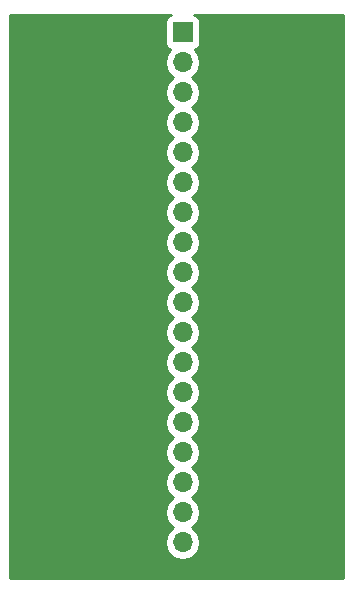
<source format=gbr>
%TF.GenerationSoftware,KiCad,Pcbnew,5.1.6-c6e7f7d~86~ubuntu18.04.1*%
%TF.CreationDate,2020-06-16T08:09:56-04:00*%
%TF.ProjectId,FPC 18 0.5 Breakout,46504320-3138-4203-902e-352042726561,rev?*%
%TF.SameCoordinates,Original*%
%TF.FileFunction,Copper,L2,Bot*%
%TF.FilePolarity,Positive*%
%FSLAX46Y46*%
G04 Gerber Fmt 4.6, Leading zero omitted, Abs format (unit mm)*
G04 Created by KiCad (PCBNEW 5.1.6-c6e7f7d~86~ubuntu18.04.1) date 2020-06-16 08:09:56*
%MOMM*%
%LPD*%
G01*
G04 APERTURE LIST*
%TA.AperFunction,ComponentPad*%
%ADD10O,1.700000X1.700000*%
%TD*%
%TA.AperFunction,ComponentPad*%
%ADD11R,1.700000X1.700000*%
%TD*%
%TA.AperFunction,NonConductor*%
%ADD12C,0.254000*%
%TD*%
G04 APERTURE END LIST*
D10*
%TO.P,J2,18*%
%TO.N,Net-(J1-Pad1)*%
X184275001Y-139305001D03*
%TO.P,J2,17*%
%TO.N,Net-(J1-Pad2)*%
X184275001Y-136765001D03*
%TO.P,J2,16*%
%TO.N,Net-(J1-Pad3)*%
X184275001Y-134225001D03*
%TO.P,J2,15*%
%TO.N,Net-(J1-Pad4)*%
X184275001Y-131685001D03*
%TO.P,J2,14*%
%TO.N,Net-(J1-Pad5)*%
X184275001Y-129145001D03*
%TO.P,J2,13*%
%TO.N,Net-(J1-Pad6)*%
X184275001Y-126605001D03*
%TO.P,J2,12*%
%TO.N,Net-(J1-Pad7)*%
X184275001Y-124065001D03*
%TO.P,J2,11*%
%TO.N,Net-(J1-Pad8)*%
X184275001Y-121525001D03*
%TO.P,J2,10*%
%TO.N,Net-(J1-Pad9)*%
X184275001Y-118985001D03*
%TO.P,J2,9*%
%TO.N,Net-(J1-Pad10)*%
X184275001Y-116445001D03*
%TO.P,J2,8*%
%TO.N,Net-(J1-Pad11)*%
X184275001Y-113905001D03*
%TO.P,J2,7*%
%TO.N,Net-(J1-Pad12)*%
X184275001Y-111365001D03*
%TO.P,J2,6*%
%TO.N,Net-(J1-Pad13)*%
X184275001Y-108825001D03*
%TO.P,J2,5*%
%TO.N,Net-(J1-Pad14)*%
X184275001Y-106285001D03*
%TO.P,J2,4*%
%TO.N,Net-(J1-Pad15)*%
X184275001Y-103745001D03*
%TO.P,J2,3*%
%TO.N,Net-(J1-Pad16)*%
X184275001Y-101205001D03*
%TO.P,J2,2*%
%TO.N,Net-(J1-Pad17)*%
X184275001Y-98665001D03*
D11*
%TO.P,J2,1*%
%TO.N,Net-(J1-Pad18)*%
X184275001Y-96125001D03*
%TD*%
D12*
G36*
X183180821Y-94685499D02*
G01*
X183070507Y-94744464D01*
X182973816Y-94823816D01*
X182894464Y-94920507D01*
X182835499Y-95030821D01*
X182799189Y-95150519D01*
X182786929Y-95275001D01*
X182786929Y-96975001D01*
X182799189Y-97099483D01*
X182835499Y-97219181D01*
X182894464Y-97329495D01*
X182973816Y-97426186D01*
X183070507Y-97505538D01*
X183180821Y-97564503D01*
X183253381Y-97586514D01*
X183121526Y-97718369D01*
X182959011Y-97961590D01*
X182847069Y-98231843D01*
X182790001Y-98518741D01*
X182790001Y-98811261D01*
X182847069Y-99098159D01*
X182959011Y-99368412D01*
X183121526Y-99611633D01*
X183328369Y-99818476D01*
X183502761Y-99935001D01*
X183328369Y-100051526D01*
X183121526Y-100258369D01*
X182959011Y-100501590D01*
X182847069Y-100771843D01*
X182790001Y-101058741D01*
X182790001Y-101351261D01*
X182847069Y-101638159D01*
X182959011Y-101908412D01*
X183121526Y-102151633D01*
X183328369Y-102358476D01*
X183502761Y-102475001D01*
X183328369Y-102591526D01*
X183121526Y-102798369D01*
X182959011Y-103041590D01*
X182847069Y-103311843D01*
X182790001Y-103598741D01*
X182790001Y-103891261D01*
X182847069Y-104178159D01*
X182959011Y-104448412D01*
X183121526Y-104691633D01*
X183328369Y-104898476D01*
X183502761Y-105015001D01*
X183328369Y-105131526D01*
X183121526Y-105338369D01*
X182959011Y-105581590D01*
X182847069Y-105851843D01*
X182790001Y-106138741D01*
X182790001Y-106431261D01*
X182847069Y-106718159D01*
X182959011Y-106988412D01*
X183121526Y-107231633D01*
X183328369Y-107438476D01*
X183502761Y-107555001D01*
X183328369Y-107671526D01*
X183121526Y-107878369D01*
X182959011Y-108121590D01*
X182847069Y-108391843D01*
X182790001Y-108678741D01*
X182790001Y-108971261D01*
X182847069Y-109258159D01*
X182959011Y-109528412D01*
X183121526Y-109771633D01*
X183328369Y-109978476D01*
X183502761Y-110095001D01*
X183328369Y-110211526D01*
X183121526Y-110418369D01*
X182959011Y-110661590D01*
X182847069Y-110931843D01*
X182790001Y-111218741D01*
X182790001Y-111511261D01*
X182847069Y-111798159D01*
X182959011Y-112068412D01*
X183121526Y-112311633D01*
X183328369Y-112518476D01*
X183502761Y-112635001D01*
X183328369Y-112751526D01*
X183121526Y-112958369D01*
X182959011Y-113201590D01*
X182847069Y-113471843D01*
X182790001Y-113758741D01*
X182790001Y-114051261D01*
X182847069Y-114338159D01*
X182959011Y-114608412D01*
X183121526Y-114851633D01*
X183328369Y-115058476D01*
X183502761Y-115175001D01*
X183328369Y-115291526D01*
X183121526Y-115498369D01*
X182959011Y-115741590D01*
X182847069Y-116011843D01*
X182790001Y-116298741D01*
X182790001Y-116591261D01*
X182847069Y-116878159D01*
X182959011Y-117148412D01*
X183121526Y-117391633D01*
X183328369Y-117598476D01*
X183502761Y-117715001D01*
X183328369Y-117831526D01*
X183121526Y-118038369D01*
X182959011Y-118281590D01*
X182847069Y-118551843D01*
X182790001Y-118838741D01*
X182790001Y-119131261D01*
X182847069Y-119418159D01*
X182959011Y-119688412D01*
X183121526Y-119931633D01*
X183328369Y-120138476D01*
X183502761Y-120255001D01*
X183328369Y-120371526D01*
X183121526Y-120578369D01*
X182959011Y-120821590D01*
X182847069Y-121091843D01*
X182790001Y-121378741D01*
X182790001Y-121671261D01*
X182847069Y-121958159D01*
X182959011Y-122228412D01*
X183121526Y-122471633D01*
X183328369Y-122678476D01*
X183502761Y-122795001D01*
X183328369Y-122911526D01*
X183121526Y-123118369D01*
X182959011Y-123361590D01*
X182847069Y-123631843D01*
X182790001Y-123918741D01*
X182790001Y-124211261D01*
X182847069Y-124498159D01*
X182959011Y-124768412D01*
X183121526Y-125011633D01*
X183328369Y-125218476D01*
X183502761Y-125335001D01*
X183328369Y-125451526D01*
X183121526Y-125658369D01*
X182959011Y-125901590D01*
X182847069Y-126171843D01*
X182790001Y-126458741D01*
X182790001Y-126751261D01*
X182847069Y-127038159D01*
X182959011Y-127308412D01*
X183121526Y-127551633D01*
X183328369Y-127758476D01*
X183502761Y-127875001D01*
X183328369Y-127991526D01*
X183121526Y-128198369D01*
X182959011Y-128441590D01*
X182847069Y-128711843D01*
X182790001Y-128998741D01*
X182790001Y-129291261D01*
X182847069Y-129578159D01*
X182959011Y-129848412D01*
X183121526Y-130091633D01*
X183328369Y-130298476D01*
X183502761Y-130415001D01*
X183328369Y-130531526D01*
X183121526Y-130738369D01*
X182959011Y-130981590D01*
X182847069Y-131251843D01*
X182790001Y-131538741D01*
X182790001Y-131831261D01*
X182847069Y-132118159D01*
X182959011Y-132388412D01*
X183121526Y-132631633D01*
X183328369Y-132838476D01*
X183502761Y-132955001D01*
X183328369Y-133071526D01*
X183121526Y-133278369D01*
X182959011Y-133521590D01*
X182847069Y-133791843D01*
X182790001Y-134078741D01*
X182790001Y-134371261D01*
X182847069Y-134658159D01*
X182959011Y-134928412D01*
X183121526Y-135171633D01*
X183328369Y-135378476D01*
X183502761Y-135495001D01*
X183328369Y-135611526D01*
X183121526Y-135818369D01*
X182959011Y-136061590D01*
X182847069Y-136331843D01*
X182790001Y-136618741D01*
X182790001Y-136911261D01*
X182847069Y-137198159D01*
X182959011Y-137468412D01*
X183121526Y-137711633D01*
X183328369Y-137918476D01*
X183502761Y-138035001D01*
X183328369Y-138151526D01*
X183121526Y-138358369D01*
X182959011Y-138601590D01*
X182847069Y-138871843D01*
X182790001Y-139158741D01*
X182790001Y-139451261D01*
X182847069Y-139738159D01*
X182959011Y-140008412D01*
X183121526Y-140251633D01*
X183328369Y-140458476D01*
X183571590Y-140620991D01*
X183841843Y-140732933D01*
X184128741Y-140790001D01*
X184421261Y-140790001D01*
X184708159Y-140732933D01*
X184978412Y-140620991D01*
X185221633Y-140458476D01*
X185428476Y-140251633D01*
X185590991Y-140008412D01*
X185702933Y-139738159D01*
X185760001Y-139451261D01*
X185760001Y-139158741D01*
X185702933Y-138871843D01*
X185590991Y-138601590D01*
X185428476Y-138358369D01*
X185221633Y-138151526D01*
X185047241Y-138035001D01*
X185221633Y-137918476D01*
X185428476Y-137711633D01*
X185590991Y-137468412D01*
X185702933Y-137198159D01*
X185760001Y-136911261D01*
X185760001Y-136618741D01*
X185702933Y-136331843D01*
X185590991Y-136061590D01*
X185428476Y-135818369D01*
X185221633Y-135611526D01*
X185047241Y-135495001D01*
X185221633Y-135378476D01*
X185428476Y-135171633D01*
X185590991Y-134928412D01*
X185702933Y-134658159D01*
X185760001Y-134371261D01*
X185760001Y-134078741D01*
X185702933Y-133791843D01*
X185590991Y-133521590D01*
X185428476Y-133278369D01*
X185221633Y-133071526D01*
X185047241Y-132955001D01*
X185221633Y-132838476D01*
X185428476Y-132631633D01*
X185590991Y-132388412D01*
X185702933Y-132118159D01*
X185760001Y-131831261D01*
X185760001Y-131538741D01*
X185702933Y-131251843D01*
X185590991Y-130981590D01*
X185428476Y-130738369D01*
X185221633Y-130531526D01*
X185047241Y-130415001D01*
X185221633Y-130298476D01*
X185428476Y-130091633D01*
X185590991Y-129848412D01*
X185702933Y-129578159D01*
X185760001Y-129291261D01*
X185760001Y-128998741D01*
X185702933Y-128711843D01*
X185590991Y-128441590D01*
X185428476Y-128198369D01*
X185221633Y-127991526D01*
X185047241Y-127875001D01*
X185221633Y-127758476D01*
X185428476Y-127551633D01*
X185590991Y-127308412D01*
X185702933Y-127038159D01*
X185760001Y-126751261D01*
X185760001Y-126458741D01*
X185702933Y-126171843D01*
X185590991Y-125901590D01*
X185428476Y-125658369D01*
X185221633Y-125451526D01*
X185047241Y-125335001D01*
X185221633Y-125218476D01*
X185428476Y-125011633D01*
X185590991Y-124768412D01*
X185702933Y-124498159D01*
X185760001Y-124211261D01*
X185760001Y-123918741D01*
X185702933Y-123631843D01*
X185590991Y-123361590D01*
X185428476Y-123118369D01*
X185221633Y-122911526D01*
X185047241Y-122795001D01*
X185221633Y-122678476D01*
X185428476Y-122471633D01*
X185590991Y-122228412D01*
X185702933Y-121958159D01*
X185760001Y-121671261D01*
X185760001Y-121378741D01*
X185702933Y-121091843D01*
X185590991Y-120821590D01*
X185428476Y-120578369D01*
X185221633Y-120371526D01*
X185047241Y-120255001D01*
X185221633Y-120138476D01*
X185428476Y-119931633D01*
X185590991Y-119688412D01*
X185702933Y-119418159D01*
X185760001Y-119131261D01*
X185760001Y-118838741D01*
X185702933Y-118551843D01*
X185590991Y-118281590D01*
X185428476Y-118038369D01*
X185221633Y-117831526D01*
X185047241Y-117715001D01*
X185221633Y-117598476D01*
X185428476Y-117391633D01*
X185590991Y-117148412D01*
X185702933Y-116878159D01*
X185760001Y-116591261D01*
X185760001Y-116298741D01*
X185702933Y-116011843D01*
X185590991Y-115741590D01*
X185428476Y-115498369D01*
X185221633Y-115291526D01*
X185047241Y-115175001D01*
X185221633Y-115058476D01*
X185428476Y-114851633D01*
X185590991Y-114608412D01*
X185702933Y-114338159D01*
X185760001Y-114051261D01*
X185760001Y-113758741D01*
X185702933Y-113471843D01*
X185590991Y-113201590D01*
X185428476Y-112958369D01*
X185221633Y-112751526D01*
X185047241Y-112635001D01*
X185221633Y-112518476D01*
X185428476Y-112311633D01*
X185590991Y-112068412D01*
X185702933Y-111798159D01*
X185760001Y-111511261D01*
X185760001Y-111218741D01*
X185702933Y-110931843D01*
X185590991Y-110661590D01*
X185428476Y-110418369D01*
X185221633Y-110211526D01*
X185047241Y-110095001D01*
X185221633Y-109978476D01*
X185428476Y-109771633D01*
X185590991Y-109528412D01*
X185702933Y-109258159D01*
X185760001Y-108971261D01*
X185760001Y-108678741D01*
X185702933Y-108391843D01*
X185590991Y-108121590D01*
X185428476Y-107878369D01*
X185221633Y-107671526D01*
X185047241Y-107555001D01*
X185221633Y-107438476D01*
X185428476Y-107231633D01*
X185590991Y-106988412D01*
X185702933Y-106718159D01*
X185760001Y-106431261D01*
X185760001Y-106138741D01*
X185702933Y-105851843D01*
X185590991Y-105581590D01*
X185428476Y-105338369D01*
X185221633Y-105131526D01*
X185047241Y-105015001D01*
X185221633Y-104898476D01*
X185428476Y-104691633D01*
X185590991Y-104448412D01*
X185702933Y-104178159D01*
X185760001Y-103891261D01*
X185760001Y-103598741D01*
X185702933Y-103311843D01*
X185590991Y-103041590D01*
X185428476Y-102798369D01*
X185221633Y-102591526D01*
X185047241Y-102475001D01*
X185221633Y-102358476D01*
X185428476Y-102151633D01*
X185590991Y-101908412D01*
X185702933Y-101638159D01*
X185760001Y-101351261D01*
X185760001Y-101058741D01*
X185702933Y-100771843D01*
X185590991Y-100501590D01*
X185428476Y-100258369D01*
X185221633Y-100051526D01*
X185047241Y-99935001D01*
X185221633Y-99818476D01*
X185428476Y-99611633D01*
X185590991Y-99368412D01*
X185702933Y-99098159D01*
X185760001Y-98811261D01*
X185760001Y-98518741D01*
X185702933Y-98231843D01*
X185590991Y-97961590D01*
X185428476Y-97718369D01*
X185296621Y-97586514D01*
X185369181Y-97564503D01*
X185479495Y-97505538D01*
X185576186Y-97426186D01*
X185655538Y-97329495D01*
X185714503Y-97219181D01*
X185750813Y-97099483D01*
X185763073Y-96975001D01*
X185763073Y-95275001D01*
X185750813Y-95150519D01*
X185714503Y-95030821D01*
X185655538Y-94920507D01*
X185576186Y-94823816D01*
X185479495Y-94744464D01*
X185369181Y-94685499D01*
X185285122Y-94660000D01*
X197840000Y-94660000D01*
X197840001Y-142340000D01*
X169660000Y-142340000D01*
X169660000Y-94660000D01*
X183264880Y-94660000D01*
X183180821Y-94685499D01*
G37*
X183180821Y-94685499D02*
X183070507Y-94744464D01*
X182973816Y-94823816D01*
X182894464Y-94920507D01*
X182835499Y-95030821D01*
X182799189Y-95150519D01*
X182786929Y-95275001D01*
X182786929Y-96975001D01*
X182799189Y-97099483D01*
X182835499Y-97219181D01*
X182894464Y-97329495D01*
X182973816Y-97426186D01*
X183070507Y-97505538D01*
X183180821Y-97564503D01*
X183253381Y-97586514D01*
X183121526Y-97718369D01*
X182959011Y-97961590D01*
X182847069Y-98231843D01*
X182790001Y-98518741D01*
X182790001Y-98811261D01*
X182847069Y-99098159D01*
X182959011Y-99368412D01*
X183121526Y-99611633D01*
X183328369Y-99818476D01*
X183502761Y-99935001D01*
X183328369Y-100051526D01*
X183121526Y-100258369D01*
X182959011Y-100501590D01*
X182847069Y-100771843D01*
X182790001Y-101058741D01*
X182790001Y-101351261D01*
X182847069Y-101638159D01*
X182959011Y-101908412D01*
X183121526Y-102151633D01*
X183328369Y-102358476D01*
X183502761Y-102475001D01*
X183328369Y-102591526D01*
X183121526Y-102798369D01*
X182959011Y-103041590D01*
X182847069Y-103311843D01*
X182790001Y-103598741D01*
X182790001Y-103891261D01*
X182847069Y-104178159D01*
X182959011Y-104448412D01*
X183121526Y-104691633D01*
X183328369Y-104898476D01*
X183502761Y-105015001D01*
X183328369Y-105131526D01*
X183121526Y-105338369D01*
X182959011Y-105581590D01*
X182847069Y-105851843D01*
X182790001Y-106138741D01*
X182790001Y-106431261D01*
X182847069Y-106718159D01*
X182959011Y-106988412D01*
X183121526Y-107231633D01*
X183328369Y-107438476D01*
X183502761Y-107555001D01*
X183328369Y-107671526D01*
X183121526Y-107878369D01*
X182959011Y-108121590D01*
X182847069Y-108391843D01*
X182790001Y-108678741D01*
X182790001Y-108971261D01*
X182847069Y-109258159D01*
X182959011Y-109528412D01*
X183121526Y-109771633D01*
X183328369Y-109978476D01*
X183502761Y-110095001D01*
X183328369Y-110211526D01*
X183121526Y-110418369D01*
X182959011Y-110661590D01*
X182847069Y-110931843D01*
X182790001Y-111218741D01*
X182790001Y-111511261D01*
X182847069Y-111798159D01*
X182959011Y-112068412D01*
X183121526Y-112311633D01*
X183328369Y-112518476D01*
X183502761Y-112635001D01*
X183328369Y-112751526D01*
X183121526Y-112958369D01*
X182959011Y-113201590D01*
X182847069Y-113471843D01*
X182790001Y-113758741D01*
X182790001Y-114051261D01*
X182847069Y-114338159D01*
X182959011Y-114608412D01*
X183121526Y-114851633D01*
X183328369Y-115058476D01*
X183502761Y-115175001D01*
X183328369Y-115291526D01*
X183121526Y-115498369D01*
X182959011Y-115741590D01*
X182847069Y-116011843D01*
X182790001Y-116298741D01*
X182790001Y-116591261D01*
X182847069Y-116878159D01*
X182959011Y-117148412D01*
X183121526Y-117391633D01*
X183328369Y-117598476D01*
X183502761Y-117715001D01*
X183328369Y-117831526D01*
X183121526Y-118038369D01*
X182959011Y-118281590D01*
X182847069Y-118551843D01*
X182790001Y-118838741D01*
X182790001Y-119131261D01*
X182847069Y-119418159D01*
X182959011Y-119688412D01*
X183121526Y-119931633D01*
X183328369Y-120138476D01*
X183502761Y-120255001D01*
X183328369Y-120371526D01*
X183121526Y-120578369D01*
X182959011Y-120821590D01*
X182847069Y-121091843D01*
X182790001Y-121378741D01*
X182790001Y-121671261D01*
X182847069Y-121958159D01*
X182959011Y-122228412D01*
X183121526Y-122471633D01*
X183328369Y-122678476D01*
X183502761Y-122795001D01*
X183328369Y-122911526D01*
X183121526Y-123118369D01*
X182959011Y-123361590D01*
X182847069Y-123631843D01*
X182790001Y-123918741D01*
X182790001Y-124211261D01*
X182847069Y-124498159D01*
X182959011Y-124768412D01*
X183121526Y-125011633D01*
X183328369Y-125218476D01*
X183502761Y-125335001D01*
X183328369Y-125451526D01*
X183121526Y-125658369D01*
X182959011Y-125901590D01*
X182847069Y-126171843D01*
X182790001Y-126458741D01*
X182790001Y-126751261D01*
X182847069Y-127038159D01*
X182959011Y-127308412D01*
X183121526Y-127551633D01*
X183328369Y-127758476D01*
X183502761Y-127875001D01*
X183328369Y-127991526D01*
X183121526Y-128198369D01*
X182959011Y-128441590D01*
X182847069Y-128711843D01*
X182790001Y-128998741D01*
X182790001Y-129291261D01*
X182847069Y-129578159D01*
X182959011Y-129848412D01*
X183121526Y-130091633D01*
X183328369Y-130298476D01*
X183502761Y-130415001D01*
X183328369Y-130531526D01*
X183121526Y-130738369D01*
X182959011Y-130981590D01*
X182847069Y-131251843D01*
X182790001Y-131538741D01*
X182790001Y-131831261D01*
X182847069Y-132118159D01*
X182959011Y-132388412D01*
X183121526Y-132631633D01*
X183328369Y-132838476D01*
X183502761Y-132955001D01*
X183328369Y-133071526D01*
X183121526Y-133278369D01*
X182959011Y-133521590D01*
X182847069Y-133791843D01*
X182790001Y-134078741D01*
X182790001Y-134371261D01*
X182847069Y-134658159D01*
X182959011Y-134928412D01*
X183121526Y-135171633D01*
X183328369Y-135378476D01*
X183502761Y-135495001D01*
X183328369Y-135611526D01*
X183121526Y-135818369D01*
X182959011Y-136061590D01*
X182847069Y-136331843D01*
X182790001Y-136618741D01*
X182790001Y-136911261D01*
X182847069Y-137198159D01*
X182959011Y-137468412D01*
X183121526Y-137711633D01*
X183328369Y-137918476D01*
X183502761Y-138035001D01*
X183328369Y-138151526D01*
X183121526Y-138358369D01*
X182959011Y-138601590D01*
X182847069Y-138871843D01*
X182790001Y-139158741D01*
X182790001Y-139451261D01*
X182847069Y-139738159D01*
X182959011Y-140008412D01*
X183121526Y-140251633D01*
X183328369Y-140458476D01*
X183571590Y-140620991D01*
X183841843Y-140732933D01*
X184128741Y-140790001D01*
X184421261Y-140790001D01*
X184708159Y-140732933D01*
X184978412Y-140620991D01*
X185221633Y-140458476D01*
X185428476Y-140251633D01*
X185590991Y-140008412D01*
X185702933Y-139738159D01*
X185760001Y-139451261D01*
X185760001Y-139158741D01*
X185702933Y-138871843D01*
X185590991Y-138601590D01*
X185428476Y-138358369D01*
X185221633Y-138151526D01*
X185047241Y-138035001D01*
X185221633Y-137918476D01*
X185428476Y-137711633D01*
X185590991Y-137468412D01*
X185702933Y-137198159D01*
X185760001Y-136911261D01*
X185760001Y-136618741D01*
X185702933Y-136331843D01*
X185590991Y-136061590D01*
X185428476Y-135818369D01*
X185221633Y-135611526D01*
X185047241Y-135495001D01*
X185221633Y-135378476D01*
X185428476Y-135171633D01*
X185590991Y-134928412D01*
X185702933Y-134658159D01*
X185760001Y-134371261D01*
X185760001Y-134078741D01*
X185702933Y-133791843D01*
X185590991Y-133521590D01*
X185428476Y-133278369D01*
X185221633Y-133071526D01*
X185047241Y-132955001D01*
X185221633Y-132838476D01*
X185428476Y-132631633D01*
X185590991Y-132388412D01*
X185702933Y-132118159D01*
X185760001Y-131831261D01*
X185760001Y-131538741D01*
X185702933Y-131251843D01*
X185590991Y-130981590D01*
X185428476Y-130738369D01*
X185221633Y-130531526D01*
X185047241Y-130415001D01*
X185221633Y-130298476D01*
X185428476Y-130091633D01*
X185590991Y-129848412D01*
X185702933Y-129578159D01*
X185760001Y-129291261D01*
X185760001Y-128998741D01*
X185702933Y-128711843D01*
X185590991Y-128441590D01*
X185428476Y-128198369D01*
X185221633Y-127991526D01*
X185047241Y-127875001D01*
X185221633Y-127758476D01*
X185428476Y-127551633D01*
X185590991Y-127308412D01*
X185702933Y-127038159D01*
X185760001Y-126751261D01*
X185760001Y-126458741D01*
X185702933Y-126171843D01*
X185590991Y-125901590D01*
X185428476Y-125658369D01*
X185221633Y-125451526D01*
X185047241Y-125335001D01*
X185221633Y-125218476D01*
X185428476Y-125011633D01*
X185590991Y-124768412D01*
X185702933Y-124498159D01*
X185760001Y-124211261D01*
X185760001Y-123918741D01*
X185702933Y-123631843D01*
X185590991Y-123361590D01*
X185428476Y-123118369D01*
X185221633Y-122911526D01*
X185047241Y-122795001D01*
X185221633Y-122678476D01*
X185428476Y-122471633D01*
X185590991Y-122228412D01*
X185702933Y-121958159D01*
X185760001Y-121671261D01*
X185760001Y-121378741D01*
X185702933Y-121091843D01*
X185590991Y-120821590D01*
X185428476Y-120578369D01*
X185221633Y-120371526D01*
X185047241Y-120255001D01*
X185221633Y-120138476D01*
X185428476Y-119931633D01*
X185590991Y-119688412D01*
X185702933Y-119418159D01*
X185760001Y-119131261D01*
X185760001Y-118838741D01*
X185702933Y-118551843D01*
X185590991Y-118281590D01*
X185428476Y-118038369D01*
X185221633Y-117831526D01*
X185047241Y-117715001D01*
X185221633Y-117598476D01*
X185428476Y-117391633D01*
X185590991Y-117148412D01*
X185702933Y-116878159D01*
X185760001Y-116591261D01*
X185760001Y-116298741D01*
X185702933Y-116011843D01*
X185590991Y-115741590D01*
X185428476Y-115498369D01*
X185221633Y-115291526D01*
X185047241Y-115175001D01*
X185221633Y-115058476D01*
X185428476Y-114851633D01*
X185590991Y-114608412D01*
X185702933Y-114338159D01*
X185760001Y-114051261D01*
X185760001Y-113758741D01*
X185702933Y-113471843D01*
X185590991Y-113201590D01*
X185428476Y-112958369D01*
X185221633Y-112751526D01*
X185047241Y-112635001D01*
X185221633Y-112518476D01*
X185428476Y-112311633D01*
X185590991Y-112068412D01*
X185702933Y-111798159D01*
X185760001Y-111511261D01*
X185760001Y-111218741D01*
X185702933Y-110931843D01*
X185590991Y-110661590D01*
X185428476Y-110418369D01*
X185221633Y-110211526D01*
X185047241Y-110095001D01*
X185221633Y-109978476D01*
X185428476Y-109771633D01*
X185590991Y-109528412D01*
X185702933Y-109258159D01*
X185760001Y-108971261D01*
X185760001Y-108678741D01*
X185702933Y-108391843D01*
X185590991Y-108121590D01*
X185428476Y-107878369D01*
X185221633Y-107671526D01*
X185047241Y-107555001D01*
X185221633Y-107438476D01*
X185428476Y-107231633D01*
X185590991Y-106988412D01*
X185702933Y-106718159D01*
X185760001Y-106431261D01*
X185760001Y-106138741D01*
X185702933Y-105851843D01*
X185590991Y-105581590D01*
X185428476Y-105338369D01*
X185221633Y-105131526D01*
X185047241Y-105015001D01*
X185221633Y-104898476D01*
X185428476Y-104691633D01*
X185590991Y-104448412D01*
X185702933Y-104178159D01*
X185760001Y-103891261D01*
X185760001Y-103598741D01*
X185702933Y-103311843D01*
X185590991Y-103041590D01*
X185428476Y-102798369D01*
X185221633Y-102591526D01*
X185047241Y-102475001D01*
X185221633Y-102358476D01*
X185428476Y-102151633D01*
X185590991Y-101908412D01*
X185702933Y-101638159D01*
X185760001Y-101351261D01*
X185760001Y-101058741D01*
X185702933Y-100771843D01*
X185590991Y-100501590D01*
X185428476Y-100258369D01*
X185221633Y-100051526D01*
X185047241Y-99935001D01*
X185221633Y-99818476D01*
X185428476Y-99611633D01*
X185590991Y-99368412D01*
X185702933Y-99098159D01*
X185760001Y-98811261D01*
X185760001Y-98518741D01*
X185702933Y-98231843D01*
X185590991Y-97961590D01*
X185428476Y-97718369D01*
X185296621Y-97586514D01*
X185369181Y-97564503D01*
X185479495Y-97505538D01*
X185576186Y-97426186D01*
X185655538Y-97329495D01*
X185714503Y-97219181D01*
X185750813Y-97099483D01*
X185763073Y-96975001D01*
X185763073Y-95275001D01*
X185750813Y-95150519D01*
X185714503Y-95030821D01*
X185655538Y-94920507D01*
X185576186Y-94823816D01*
X185479495Y-94744464D01*
X185369181Y-94685499D01*
X185285122Y-94660000D01*
X197840000Y-94660000D01*
X197840001Y-142340000D01*
X169660000Y-142340000D01*
X169660000Y-94660000D01*
X183264880Y-94660000D01*
X183180821Y-94685499D01*
M02*

</source>
